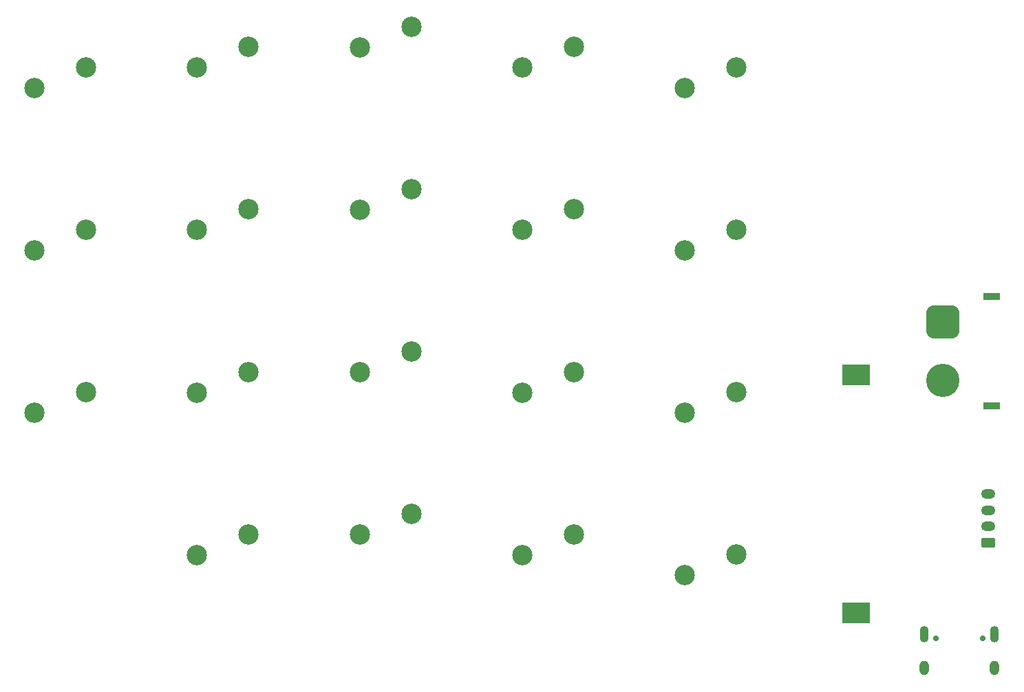
<source format=gbr>
%TF.GenerationSoftware,KiCad,Pcbnew,9.0.3*%
%TF.CreationDate,2025-07-27T18:33:32+02:00*%
%TF.ProjectId,Tastatur,54617374-6174-4757-922e-6b696361645f,0*%
%TF.SameCoordinates,Original*%
%TF.FileFunction,Copper,L2,Bot*%
%TF.FilePolarity,Positive*%
%FSLAX46Y46*%
G04 Gerber Fmt 4.6, Leading zero omitted, Abs format (unit mm)*
G04 Created by KiCad (PCBNEW 9.0.3) date 2025-07-27 18:33:32*
%MOMM*%
%LPD*%
G01*
G04 APERTURE LIST*
G04 Aperture macros list*
%AMRoundRect*
0 Rectangle with rounded corners*
0 $1 Rounding radius*
0 $2 $3 $4 $5 $6 $7 $8 $9 X,Y pos of 4 corners*
0 Add a 4 corners polygon primitive as box body*
4,1,4,$2,$3,$4,$5,$6,$7,$8,$9,$2,$3,0*
0 Add four circle primitives for the rounded corners*
1,1,$1+$1,$2,$3*
1,1,$1+$1,$4,$5*
1,1,$1+$1,$6,$7*
1,1,$1+$1,$8,$9*
0 Add four rect primitives between the rounded corners*
20,1,$1+$1,$2,$3,$4,$5,0*
20,1,$1+$1,$4,$5,$6,$7,0*
20,1,$1+$1,$6,$7,$8,$9,0*
20,1,$1+$1,$8,$9,$2,$3,0*%
G04 Aperture macros list end*
%TA.AperFunction,ComponentPad*%
%ADD10C,2.500000*%
%TD*%
%TA.AperFunction,ComponentPad*%
%ADD11C,0.700000*%
%TD*%
%TA.AperFunction,ComponentPad*%
%ADD12O,1.100000X2.000000*%
%TD*%
%TA.AperFunction,ComponentPad*%
%ADD13O,1.200000X1.800000*%
%TD*%
%TA.AperFunction,ComponentPad*%
%ADD14RoundRect,0.250000X0.625000X-0.350000X0.625000X0.350000X-0.625000X0.350000X-0.625000X-0.350000X0*%
%TD*%
%TA.AperFunction,ComponentPad*%
%ADD15O,1.750000X1.200000*%
%TD*%
%TA.AperFunction,ComponentPad*%
%ADD16R,2.000000X0.900000*%
%TD*%
%TA.AperFunction,ComponentPad*%
%ADD17RoundRect,1.025000X-1.025000X1.025000X-1.025000X-1.025000X1.025000X-1.025000X1.025000X1.025000X0*%
%TD*%
%TA.AperFunction,ComponentPad*%
%ADD18C,4.100000*%
%TD*%
%TA.AperFunction,SMDPad,CuDef*%
%ADD19R,3.510000X2.540000*%
%TD*%
G04 APERTURE END LIST*
D10*
%TO.P,SW207,1,1*%
%TO.N,/COL1*%
X99320000Y-84590000D03*
%TO.P,SW207,2,2*%
%TO.N,Net-(D207-A)*%
X105670000Y-82050000D03*
%TD*%
D11*
%TO.P,USB101,*%
%TO.N,*%
X190220000Y-134844000D03*
X196000000Y-134844000D03*
D12*
%TO.P,USB101,13,SHELL*%
%TO.N,GND*%
X188790000Y-134314000D03*
D13*
X188790000Y-138524000D03*
D12*
%TO.P,USB101,14,SHELL*%
X197430000Y-134314000D03*
D13*
X197430000Y-138524000D03*
%TD*%
D10*
%TO.P,SW203,1,1*%
%TO.N,/COL2*%
X119320000Y-62090000D03*
%TO.P,SW203,2,2*%
%TO.N,Net-(D203-A)*%
X125670000Y-59550000D03*
%TD*%
%TO.P,SW216,1,1*%
%TO.N,/COL1*%
X99320000Y-124590000D03*
%TO.P,SW216,2,2*%
%TO.N,Net-(D216-A)*%
X105670000Y-122050000D03*
%TD*%
%TO.P,SW212,1,1*%
%TO.N,/COL1*%
X99320000Y-104590000D03*
%TO.P,SW212,2,2*%
%TO.N,Net-(D212-A)*%
X105670000Y-102050000D03*
%TD*%
D14*
%TO.P,J102,1,Pin_1*%
%TO.N,GND*%
X196626000Y-123062000D03*
D15*
%TO.P,J102,2,Pin_2*%
%TO.N,+3V3*%
X196626000Y-121062000D03*
%TO.P,J102,3,Pin_3*%
%TO.N,/TCK*%
X196626000Y-119062000D03*
%TO.P,J102,4,Pin_4*%
%TO.N,/TIO*%
X196626000Y-117062000D03*
%TD*%
D10*
%TO.P,SW213,1,1*%
%TO.N,/COL2*%
X119320000Y-102090000D03*
%TO.P,SW213,2,2*%
%TO.N,Net-(D213-A)*%
X125670000Y-99550000D03*
%TD*%
%TO.P,SW211,1,1*%
%TO.N,/COL0*%
X79320000Y-107090000D03*
%TO.P,SW211,2,2*%
%TO.N,Net-(D211-A)*%
X85670000Y-104550000D03*
%TD*%
%TO.P,SW215,1,1*%
%TO.N,/COL4*%
X159320000Y-107090000D03*
%TO.P,SW215,2,2*%
%TO.N,Net-(D215-A)*%
X165670000Y-104550000D03*
%TD*%
D16*
%TO.P,J103,*%
%TO.N,*%
X197097000Y-92735000D03*
X197097000Y-106235000D03*
D17*
%TO.P,J103,1,Pin_1*%
%TO.N,Net-(J103-Pin_1)*%
X191097000Y-95885000D03*
D18*
%TO.P,J103,2,Pin_2*%
%TO.N,GND*%
X191097000Y-103085000D03*
%TD*%
D10*
%TO.P,SW209,1,1*%
%TO.N,/COL3*%
X139320000Y-84590000D03*
%TO.P,SW209,2,2*%
%TO.N,Net-(D209-A)*%
X145670000Y-82050000D03*
%TD*%
%TO.P,SW204,1,1*%
%TO.N,/COL3*%
X139320000Y-64590000D03*
%TO.P,SW204,2,2*%
%TO.N,Net-(D204-A)*%
X145670000Y-62050000D03*
%TD*%
%TO.P,SW210,1,1*%
%TO.N,/COL4*%
X159320000Y-87090000D03*
%TO.P,SW210,2,2*%
%TO.N,Net-(D210-A)*%
X165670000Y-84550000D03*
%TD*%
%TO.P,SW206,1,1*%
%TO.N,/COL0*%
X79320000Y-87090000D03*
%TO.P,SW206,2,2*%
%TO.N,Net-(D206-A)*%
X85670000Y-84550000D03*
%TD*%
%TO.P,SW202,1,1*%
%TO.N,/COL1*%
X99320000Y-64590000D03*
%TO.P,SW202,2,2*%
%TO.N,Net-(D202-A)*%
X105670000Y-62050000D03*
%TD*%
%TO.P,SW218,1,1*%
%TO.N,/COL3*%
X139320000Y-124590000D03*
%TO.P,SW218,2,2*%
%TO.N,Net-(D218-A)*%
X145670000Y-122050000D03*
%TD*%
%TO.P,SW205,1,1*%
%TO.N,/COL4*%
X159320000Y-67090000D03*
%TO.P,SW205,2,2*%
%TO.N,Net-(D205-A)*%
X165670000Y-64550000D03*
%TD*%
%TO.P,SW208,1,1*%
%TO.N,/COL2*%
X119320000Y-82090000D03*
%TO.P,SW208,2,2*%
%TO.N,Net-(D208-A)*%
X125670000Y-79550000D03*
%TD*%
%TO.P,SW214,1,1*%
%TO.N,/COL3*%
X139320000Y-104590000D03*
%TO.P,SW214,2,2*%
%TO.N,Net-(D214-A)*%
X145670000Y-102050000D03*
%TD*%
%TO.P,SW201,1,1*%
%TO.N,/COL0*%
X79320000Y-67090000D03*
%TO.P,SW201,2,2*%
%TO.N,Net-(D201-A)*%
X85670000Y-64550000D03*
%TD*%
%TO.P,SW217,1,1*%
%TO.N,/COL2*%
X119320000Y-122090000D03*
%TO.P,SW217,2,2*%
%TO.N,Net-(D217-A)*%
X125670000Y-119550000D03*
%TD*%
%TO.P,SW219,1,1*%
%TO.N,/COL4*%
X159320000Y-127090000D03*
%TO.P,SW219,2,2*%
%TO.N,Net-(D219-A)*%
X165670000Y-124550000D03*
%TD*%
D19*
%TO.P,BT101,1,+*%
%TO.N,/VBAT*%
X180370000Y-102382000D03*
%TO.P,BT101,2,-*%
%TO.N,GND*%
X180370000Y-131742000D03*
%TD*%
M02*

</source>
